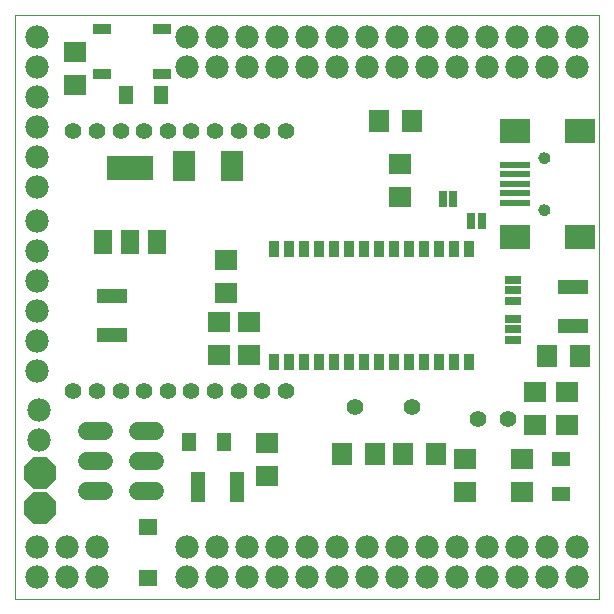
<source format=gts>
G75*
G70*
%OFA0B0*%
%FSLAX24Y24*%
%IPPOS*%
%LPD*%
%AMOC8*
5,1,8,0,0,1.08239X$1,22.5*
%
%ADD10C,0.0000*%
%ADD11R,0.0749X0.0670*%
%ADD12C,0.0780*%
%ADD13C,0.0560*%
%ADD14R,0.0670X0.0749*%
%ADD15R,0.0591X0.0512*%
%ADD16R,0.0340X0.0540*%
%ADD17R,0.0640X0.0340*%
%ADD18C,0.0555*%
%ADD19R,0.1024X0.0237*%
%ADD20R,0.1024X0.0827*%
%ADD21C,0.0394*%
%ADD22R,0.1024X0.0512*%
%ADD23R,0.0512X0.0591*%
%ADD24C,0.0600*%
%ADD25R,0.0512X0.1024*%
%ADD26OC8,0.1040*%
%ADD27R,0.0619X0.0540*%
%ADD28R,0.0540X0.0290*%
%ADD29R,0.0290X0.0540*%
%ADD30R,0.0630X0.0830*%
%ADD31R,0.1540X0.0830*%
%ADD32R,0.0749X0.0985*%
D10*
X000897Y000806D02*
X000897Y020301D01*
X020382Y020291D01*
X020382Y000806D01*
X000897Y000806D01*
X018370Y013790D02*
X018372Y013816D01*
X018378Y013842D01*
X018388Y013867D01*
X018401Y013890D01*
X018417Y013910D01*
X018437Y013928D01*
X018459Y013943D01*
X018482Y013955D01*
X018508Y013963D01*
X018534Y013967D01*
X018560Y013967D01*
X018586Y013963D01*
X018612Y013955D01*
X018636Y013943D01*
X018657Y013928D01*
X018677Y013910D01*
X018693Y013890D01*
X018706Y013867D01*
X018716Y013842D01*
X018722Y013816D01*
X018724Y013790D01*
X018722Y013764D01*
X018716Y013738D01*
X018706Y013713D01*
X018693Y013690D01*
X018677Y013670D01*
X018657Y013652D01*
X018635Y013637D01*
X018612Y013625D01*
X018586Y013617D01*
X018560Y013613D01*
X018534Y013613D01*
X018508Y013617D01*
X018482Y013625D01*
X018458Y013637D01*
X018437Y013652D01*
X018417Y013670D01*
X018401Y013690D01*
X018388Y013713D01*
X018378Y013738D01*
X018372Y013764D01*
X018370Y013790D01*
X018370Y015522D02*
X018372Y015548D01*
X018378Y015574D01*
X018388Y015599D01*
X018401Y015622D01*
X018417Y015642D01*
X018437Y015660D01*
X018459Y015675D01*
X018482Y015687D01*
X018508Y015695D01*
X018534Y015699D01*
X018560Y015699D01*
X018586Y015695D01*
X018612Y015687D01*
X018636Y015675D01*
X018657Y015660D01*
X018677Y015642D01*
X018693Y015622D01*
X018706Y015599D01*
X018716Y015574D01*
X018722Y015548D01*
X018724Y015522D01*
X018722Y015496D01*
X018716Y015470D01*
X018706Y015445D01*
X018693Y015422D01*
X018677Y015402D01*
X018657Y015384D01*
X018635Y015369D01*
X018612Y015357D01*
X018586Y015349D01*
X018560Y015345D01*
X018534Y015345D01*
X018508Y015349D01*
X018482Y015357D01*
X018458Y015369D01*
X018437Y015384D01*
X018417Y015402D01*
X018401Y015422D01*
X018388Y015445D01*
X018378Y015470D01*
X018372Y015496D01*
X018370Y015522D01*
D11*
X013737Y015327D03*
X013737Y014225D03*
X008697Y010057D03*
X007697Y010057D03*
X007947Y011005D03*
X007947Y012107D03*
X007697Y008955D03*
X008697Y008955D03*
X009297Y006007D03*
X009297Y004905D03*
X015897Y004395D03*
X015897Y005497D03*
X017817Y005497D03*
X018247Y006615D03*
X019297Y006605D03*
X019297Y007707D03*
X018247Y007717D03*
X017817Y004395D03*
X002897Y017955D03*
X002897Y019057D03*
D12*
X001647Y019556D03*
X001647Y018556D03*
X001647Y017556D03*
X001647Y016556D03*
X001647Y015556D03*
X001647Y014556D03*
X001647Y013406D03*
X001647Y012406D03*
X001647Y011406D03*
X001647Y010406D03*
X001647Y009406D03*
X001647Y008406D03*
X001697Y007106D03*
X001697Y006106D03*
X001647Y002556D03*
X001647Y001556D03*
X002647Y001556D03*
X003647Y001556D03*
X003647Y002556D03*
X002647Y002556D03*
X006647Y002556D03*
X007647Y002556D03*
X007647Y001556D03*
X006647Y001556D03*
X008647Y001556D03*
X009647Y001556D03*
X010647Y001556D03*
X011647Y001556D03*
X012647Y001556D03*
X013647Y001556D03*
X014647Y001556D03*
X015647Y001556D03*
X016647Y001556D03*
X017647Y001556D03*
X018647Y001556D03*
X019647Y001556D03*
X019647Y002556D03*
X018647Y002556D03*
X017647Y002556D03*
X016647Y002556D03*
X015647Y002556D03*
X014647Y002556D03*
X013647Y002556D03*
X012647Y002556D03*
X011647Y002556D03*
X010647Y002556D03*
X009647Y002556D03*
X008647Y002556D03*
X008647Y018556D03*
X009647Y018556D03*
X010647Y018556D03*
X011647Y018556D03*
X012647Y018556D03*
X013647Y018556D03*
X014647Y018556D03*
X015647Y018556D03*
X016647Y018556D03*
X017647Y018556D03*
X018647Y018556D03*
X019647Y018556D03*
X019647Y019556D03*
X018647Y019556D03*
X017647Y019556D03*
X016647Y019556D03*
X015647Y019556D03*
X014647Y019556D03*
X013647Y019556D03*
X012647Y019556D03*
X011647Y019556D03*
X010647Y019556D03*
X009647Y019556D03*
X008647Y019556D03*
X007647Y019556D03*
X006647Y019556D03*
X006647Y018556D03*
X007647Y018556D03*
D13*
X012247Y007206D03*
X014147Y007206D03*
X016347Y006806D03*
X017347Y006806D03*
D14*
X018646Y008906D03*
X019748Y008906D03*
X014948Y005656D03*
X013846Y005656D03*
X012898Y005656D03*
X011796Y005656D03*
X013046Y016756D03*
X014148Y016756D03*
D15*
X019097Y005497D03*
X019097Y004316D03*
D16*
X016047Y008724D03*
X015547Y008724D03*
X015047Y008724D03*
X014547Y008724D03*
X014047Y008724D03*
X013547Y008724D03*
X013047Y008724D03*
X012547Y008724D03*
X012047Y008724D03*
X011547Y008724D03*
X011047Y008724D03*
X010547Y008724D03*
X010047Y008724D03*
X009547Y008724D03*
X009547Y012488D03*
X010047Y012488D03*
X010547Y012488D03*
X011047Y012488D03*
X011547Y012488D03*
X012047Y012488D03*
X012547Y012488D03*
X013047Y012488D03*
X013547Y012488D03*
X014047Y012488D03*
X014547Y012488D03*
X015047Y012488D03*
X015547Y012488D03*
X016047Y012488D03*
D17*
X005797Y018306D03*
X005797Y019806D03*
X003797Y019806D03*
X003797Y018306D03*
D18*
X003641Y016430D03*
X002854Y016430D03*
X004429Y016430D03*
X005216Y016430D03*
X006003Y016430D03*
X006791Y016430D03*
X007578Y016430D03*
X008366Y016430D03*
X009153Y016430D03*
X009940Y016430D03*
X009940Y007768D03*
X009153Y007768D03*
X008366Y007768D03*
X007578Y007768D03*
X006791Y007768D03*
X006003Y007768D03*
X005216Y007768D03*
X004429Y007768D03*
X003641Y007768D03*
X002854Y007768D03*
D19*
X017563Y014026D03*
X017563Y014341D03*
X017563Y014656D03*
X017563Y014971D03*
X017563Y015286D03*
D20*
X017563Y016428D03*
X019728Y016428D03*
X019728Y012885D03*
X017563Y012885D03*
D21*
X018547Y013790D03*
X018547Y015522D03*
D22*
X019497Y011206D03*
X019497Y009907D03*
X004147Y009607D03*
X004147Y010906D03*
D23*
X006706Y006056D03*
X007888Y006056D03*
X005788Y017606D03*
X004606Y017606D03*
D24*
X005017Y006406D02*
X005577Y006406D01*
X005577Y005406D02*
X005017Y005406D01*
X005017Y004406D02*
X005577Y004406D01*
X003877Y004406D02*
X003317Y004406D01*
X003317Y005406D02*
X003877Y005406D01*
X003877Y006406D02*
X003317Y006406D01*
D25*
X006997Y004556D03*
X008297Y004556D03*
D26*
X001747Y005006D03*
X001747Y003856D03*
D27*
X005347Y003203D03*
X005347Y001510D03*
D28*
X017497Y009456D03*
X017497Y009806D03*
X017497Y010156D03*
X017497Y010756D03*
X017497Y011106D03*
X017497Y011456D03*
D29*
X016474Y013406D03*
X016120Y013406D03*
X015524Y014156D03*
X015170Y014156D03*
D30*
X005657Y012716D03*
X004757Y012716D03*
X003857Y012716D03*
D31*
X004747Y015196D03*
D32*
X006550Y015256D03*
X008144Y015256D03*
M02*

</source>
